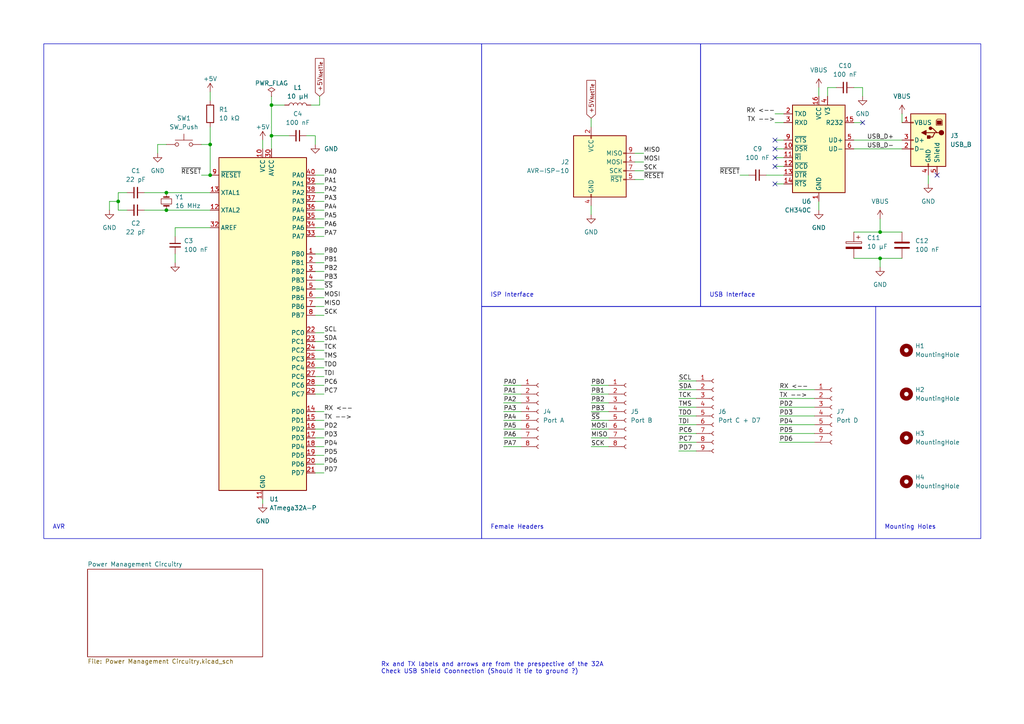
<source format=kicad_sch>
(kicad_sch (version 20230121) (generator eeschema)
  (paper "A4")
  (title_block (title "ATMEGA32A AVR Kit") (date "2023-10-28") (rev "C1.2") (company "Team Exotic") (comment 1 "Author: Morad Tamer"))
  (lib_symbols
    (symbol "Connector:AVR-ISP-10" (pin_names (offset 1.016))
      (property "Reference" "J" (at -6.35 11.43 0))
      (property "Value" "AVR-ISP-10" (at 0 11.43 0))
      (symbol "AVR-ISP-10_0_1"
        (rectangle (start -2.667 -6.858) (end -2.413 -7.62))
        (rectangle (start -2.667 10.16) (end -2.413 9.398))
        (rectangle (start 7.62 -2.413) (end 6.858 -2.667))
        (rectangle (start 7.62 0.127) (end 6.858 -0.127))
        (rectangle (start 7.62 2.667) (end 6.858 2.413))
        (rectangle (start 7.62 5.207) (end 6.858 4.953))
        (rectangle (start 7.62 10.16) (end -7.62 -7.62) (stroke (width 0.254)) (fill (type background)))
      )
      (symbol "AVR-ISP-10_1_1"
        (pin passive line (at 10.16 2.54 180) (length 2.54) (name "MOSI") (number "1"))
        (pin passive line (at -2.54 -10.16 90) (length 2.54) hide (name "GND") (number "10"))
        (pin passive line (at -2.54 12.7 270) (length 2.54) (name "VCC") (number "2"))
        (pin no_connect line (at 7.62 -5.08 180) (length 2.54) hide (name "NC") (number "3"))
        (pin passive line (at -2.54 -10.16 90) (length 2.54) (name "GND") (number "4"))
        (pin passive line (at 10.16 -2.54 180) (length 2.54) (name "~{RST}") (number "5"))
        (pin passive line (at -2.54 -10.16 90) (length 2.54) hide (name "GND") (number "6"))
        (pin passive line (at 10.16 0 180) (length 2.54) (name "SCK") (number "7"))
        (pin passive line (at -2.54 -10.16 90) (length 2.54) hide (name "GND") (number "8"))
        (pin passive line (at 10.16 5.08 180) (length 2.54) (name "MISO") (number "9"))
      )
    )
    (symbol "Connector:Conn_01x07_Socket" (pin_names (offset 1.016) hide)
      (property "Reference" "J" (at 0 10.16 0))
      (property "Value" "Conn_01x07_Socket" (at 0 -10.16 0))
      (symbol "Conn_01x07_Socket_1_1"
        (arc (start 0 -7.112) (mid -0.5058 -7.62) (end 0 -8.128) (stroke (width 0.1524)))
        (arc (start 0 -4.572) (mid -0.5058 -5.08) (end 0 -5.588) (stroke (width 0.1524)))
        (arc (start 0 -2.032) (mid -0.5058 -2.54) (end 0 -3.048) (stroke (width 0.1524)))
        (polyline (pts (xy -1.27 -7.62) (xy -0.508 -7.62)) (stroke (width 0.1524)))
        (polyline (pts (xy -1.27 -5.08) (xy -0.508 -5.08)) (stroke (width 0.1524)))
        (polyline (pts (xy -1.27 -2.54) (xy -0.508 -2.54)) (stroke (width 0.1524)))
        (polyline (pts (xy -1.27 0) (xy -0.508 0)) (stroke (width 0.1524)))
        (polyline (pts (xy -1.27 2.54) (xy -0.508 2.54)) (stroke (width 0.1524)))
        (polyline (pts (xy -1.27 5.08) (xy -0.508 5.08)) (stroke (width 0.1524)))
        (polyline (pts (xy -1.27 7.62) (xy -0.508 7.62)) (stroke (width 0.1524)))
        (arc (start 0 0.508) (mid -0.5058 0) (end 0 -0.508) (stroke (width 0.1524)))
        (arc (start 0 3.048) (mid -0.5058 2.54) (end 0 2.032) (stroke (width 0.1524)))
        (arc (start 0 5.588) (mid -0.5058 5.08) (end 0 4.572) (stroke (width 0.1524)))
        (arc (start 0 8.128) (mid -0.5058 7.62) (end 0 7.112) (stroke (width 0.1524)))
        (pin passive line (at -5.08 7.62 0) (length 3.81) (name "Pin_1") (number "1"))
        (pin passive line (at -5.08 5.08 0) (length 3.81) (name "Pin_2") (number "2"))
        (pin passive line (at -5.08 2.54 0) (length 3.81) (name "Pin_3") (number "3"))
        (pin passive line (at -5.08 0 0) (length 3.81) (name "Pin_4") (number "4"))
        (pin passive line (at -5.08 -2.54 0) (length 3.81) (name "Pin_5") (number "5"))
        (pin passive line (at -5.08 -5.08 0) (length 3.81) (name "Pin_6") (number "6"))
        (pin passive line (at -5.08 -7.62 0) (length 3.81) (name "Pin_7") (number "7"))
      )
    )
    (symbol "Connector:Conn_01x08_Socket" (pin_names (offset 1.016) hide)
      (property "Reference" "J" (at 0 10.16 0))
      (property "Value" "Conn_01x08_Socket" (at 0 -12.7 0))
      (symbol "Conn_01x08_Socket_1_1"
        (arc (start 0 -9.652) (mid -0.5058 -10.16) (end 0 -10.668) (stroke (width 0.1524)))
        (arc (start 0 -7.112) (mid -0.5058 -7.62) (end 0 -8.128) (stroke (width 0.1524)))
        (arc (start 0 -4.572) (mid -0.5058 -5.08) (end 0 -5.588) (stroke (width 0.1524)))
        (arc (start 0 -2.032) (mid -0.5058 -2.54) (end 0 -3.048) (stroke (width 0.1524)))
        (polyline (pts (xy -1.27 -10.16) (xy -0.508 -10.16)) (stroke (width 0.1524)))
        (polyline (pts (xy -1.27 -7.62) (xy -0.508 -7.62)) (stroke (width 0.1524)))
        (polyline (pts (xy -1.27 -5.08) (xy -0.508 -5.08)) (stroke (width 0.1524)))
        (polyline (pts (xy -1.27 -2.54) (xy -0.508 -2.54)) (stroke (width 0.1524)))
        (polyline (pts (xy -1.27 0) (xy -0.508 0)) (stroke (width 0.1524)))
        (polyline (pts (xy -1.27 2.54) (xy -0.508 2.54)) (stroke (width 0.1524)))
        (polyline (pts (xy -1.27 5.08) (xy -0.508 5.08)) (stroke (width 0.1524)))
        (polyline (pts (xy -1.27 7.62) (xy -0.508 7.62)) (stroke (width 0.1524)))
        (arc (start 0 0.508) (mid -0.5058 0) (end 0 -0.508) (stroke (width 0.1524)))
        (arc (start 0 3.048) (mid -0.5058 2.54) (end 0 2.032) (stroke (width 0.1524)))
        (arc (start 0 5.588) (mid -0.5058 5.08) (end 0 4.572) (stroke (width 0.1524)))
        (arc (start 0 8.128) (mid -0.5058 7.62) (end 0 7.112) (stroke (width 0.1524)))
        (pin passive line (at -5.08 7.62 0) (length 3.81) (name "Pin_1") (number "1"))
        (pin passive line (at -5.08 5.08 0) (length 3.81) (name "Pin_2") (number "2"))
        (pin passive line (at -5.08 2.54 0) (length 3.81) (name "Pin_3") (number "3"))
        (pin passive line (at -5.08 0 0) (length 3.81) (name "Pin_4") (number "4"))
        (pin passive line (at -5.08 -2.54 0) (length 3.81) (name "Pin_5") (number "5"))
        (pin passive line (at -5.08 -5.08 0) (length 3.81) (name "Pin_6") (number "6"))
        (pin passive line (at -5.08 -7.62 0) (length 3.81) (name "Pin_7") (number "7"))
        (pin passive line (at -5.08 -10.16 0) (length 3.81) (name "Pin_8") (number "8"))
      )
    )
    (symbol "Connector:Conn_01x09_Socket" (pin_names (offset 1.016) hide)
      (property "Reference" "J" (at 0 12.7 0))
      (property "Value" "Conn_01x09_Socket" (at 0 -12.7 0))
      (symbol "Conn_01x09_Socket_1_1"
        (arc (start 0 -9.652) (mid -0.5058 -10.16) (end 0 -10.668) (stroke (width 0.1524)))
        (arc (start 0 -7.112) (mid -0.5058 -7.62) (end 0 -8.128) (stroke (width 0.1524)))
        (arc (start 0 -4.572) (mid -0.5058 -5.08) (end 0 -5.588) (stroke (width 0.1524)))
        (arc (start 0 -2.032) (mid -0.5058 -2.54) (end 0 -3.048) (stroke (width 0.1524)))
        (polyline (pts (xy -1.27 -10.16) (xy -0.508 -10.16)) (stroke (width 0.1524)))
        (polyline (pts (xy -1.27 -7.62) (xy -0.508 -7.62)) (stroke (width 0.1524)))
        (polyline (pts (xy -1.27 -5.08) (xy -0.508 -5.08)) (stroke (width 0.1524)))
        (polyline (pts (xy -1.27 -2.54) (xy -0.508 -2.54)) (stroke (width 0.1524)))
        (polyline (pts (xy -1.27 0) (xy -0.508 0)) (stroke (width 0.1524)))
        (polyline (pts (xy -1.27 2.54) (xy -0.508 2.54)) (stroke (width 0.1524)))
        (polyline (pts (xy -1.27 5.08) (xy -0.508 5.08)) (stroke (width 0.1524)))
        (polyline (pts (xy -1.27 7.62) (xy -0.508 7.62)) (stroke (width 0.1524)))
        (polyline (pts (xy -1.27 10.16) (xy -0.508 10.16)) (stroke (width 0.1524)))
        (arc (start 0 0.508) (mid -0.5058 0) (end 0 -0.508) (stroke (width 0.1524)))
        (arc (start 0 3.048) (mid -0.5058 2.54) (end 0 2.032) (stroke (width 0.1524)))
        (arc (start 0 5.588) (mid -0.5058 5.08) (end 0 4.572) (stroke (width 0.1524)))
        (arc (start 0 8.128) (mid -0.5058 7.62) (end 0 7.112) (stroke (width 0.1524)))
        (arc (start 0 10.668) (mid -0.5058 10.16) (end 0 9.652) (stroke (width 0.1524)))
        (pin passive line (at -5.08 10.16 0) (length 3.81) (name "Pin_1") (number "1"))
        (pin passive line (at -5.08 7.62 0) (length 3.81) (name "Pin_2") (number "2"))
        (pin passive line (at -5.08 5.08 0) (length 3.81) (name "Pin_3") (number "3"))
        (pin passive line (at -5.08 2.54 0) (length 3.81) (name "Pin_4") (number "4"))
        (pin passive line (at -5.08 0 0) (length 3.81) (name "Pin_5") (number "5"))
        (pin passive line (at -5.08 -2.54 0) (length 3.81) (name "Pin_6") (number "6"))
        (pin passive line (at -5.08 -5.08 0) (length 3.81) (name "Pin_7") (number "7"))
        (pin passive line (at -5.08 -7.62 0) (length 3.81) (name "Pin_8") (number "8"))
        (pin passive line (at -5.08 -10.16 0) (length 3.81) (name "Pin_9") (number "9"))
      )
    )
    (symbol "Connector:USB_B" (pin_names (offset 1.016))
      (property "Reference" "J" (at -5.08 11.43 0))
      (property "Value" "USB_B" (at -5.08 8.89 0))
      (symbol "USB_B_0_1"
        (rectangle (start -5.08 -7.62) (end 5.08 7.62) (stroke (width 0.254)) (fill (type background)))
        (circle (center -3.81 2.159) (radius 0.635) (stroke (width 0.254)) (fill (type outline)))
        (rectangle (start -3.81 5.588) (end -2.54 4.572) (fill (type outline)))
        (circle (center -0.635 3.429) (radius 0.381) (stroke (width 0.254)) (fill (type outline)))
        (rectangle (start -0.127 -7.62) (end 0.127 -6.858))
        (polyline (pts (xy -1.905 2.159) (xy 0.635 2.159)) (stroke (width 0.254)))
        (polyline (pts (xy -3.175 2.159) (xy -2.54 2.159) (xy -1.27 3.429) (xy -0.635 3.429)) (stroke (width 0.254)))
        (polyline (pts (xy -2.54 2.159) (xy -1.905 2.159) (xy -1.27 0.889) (xy 0 0.889)) (stroke (width 0.254)))
        (polyline (pts (xy 0.635 2.794) (xy 0.635 1.524) (xy 1.905 2.159) (xy 0.635 2.794)) (stroke (width 0.254)) (fill (type outline)))
        (polyline (pts (xy -4.064 4.318) (xy -2.286 4.318) (xy -2.286 5.715) (xy -2.667 6.096) (xy -3.683 6.096) (xy -4.064 5.715) (xy -4.064 4.318)))
        (rectangle (start 0.254 1.27) (end -0.508 0.508) (stroke (width 0.254)) (fill (type outline)))
        (rectangle (start 5.08 -2.667) (end 4.318 -2.413))
        (rectangle (start 5.08 -0.127) (end 4.318 0.127))
        (rectangle (start 5.08 4.953) (end 4.318 5.207))
      )
      (symbol "USB_B_1_1"
        (pin power_out line (at 7.62 5.08 180) (length 2.54) (name "VBUS") (number "1"))
        (pin bidirectional line (at 7.62 -2.54 180) (length 2.54) (name "D-") (number "2"))
        (pin bidirectional line (at 7.62 0 180) (length 2.54) (name "D+") (number "3"))
        (pin power_out line (at 0 -10.16 90) (length 2.54) (name "GND") (number "4"))
        (pin passive line (at -2.54 -10.16 90) (length 2.54) (name "Shield") (number "5"))
      )
    )
    (symbol "Device:C" (pin_numbers hide) (pin_names (offset 0.254))
      (property "Reference" "C" (at 0.635 2.54 0))
      (property "Value" "C" (at 0.635 -2.54 0))
      (symbol "C_0_1"
        (polyline (pts (xy -2.032 -0.762) (xy 2.032 -0.762)) (stroke (width 0.508)))
        (polyline (pts (xy -2.032 0.762) (xy 2.032 0.762)) (stroke (width 0.508)))
      )
      (symbol "C_1_1"
        (pin passive line (at 0 3.81 270) (length 2.794) (name "~") (number "1"))
        (pin passive line (at 0 -3.81 90) (length 2.794) (name "~") (number "2"))
      )
    )
    (symbol "Device:C_Polarized" (pin_numbers hide) (pin_names (offset 0.254))
      (property "Reference" "C" (at 0.635 2.54 0))
      (property "Value" "C_Polarized" (at 0.635 -2.54 0))
      (symbol "C_Polarized_0_1"
        (rectangle (start -2.286 0.508) (end 2.286 1.016))
        (polyline (pts (xy -1.778 2.286) (xy -0.762 2.286)))
        (polyline (pts (xy -1.27 2.794) (xy -1.27 1.778)))
        (rectangle (start 2.286 -0.508) (end -2.286 -1.016) (fill (type outline)))
      )
      (symbol "C_Polarized_1_1"
        (pin passive line (at 0 3.81 270) (length 2.794) (name "~") (number "1"))
        (pin passive line (at 0 -3.81 90) (length 2.794) (name "~") (number "2"))
      )
    )
    (symbol "Device:C_Small" (pin_numbers hide) (pin_names (offset 0.254) hide)
      (property "Reference" "C" (at 0.254 1.778 0))
      (property "Value" "C_Small" (at 0.254 -2.032 0))
      (symbol "C_Small_0_1"
        (polyline (pts (xy -1.524 -0.508) (xy 1.524 -0.508)) (stroke (width 0.3302)))
        (polyline (pts (xy -1.524 0.508) (xy 1.524 0.508)) (stroke (width 0.3048)))
      )
      (symbol "C_Small_1_1"
        (pin passive line (at 0 2.54 270) (length 2.032) (name "~") (number "1"))
        (pin passive line (at 0 -2.54 90) (length 2.032) (name "~") (number "2"))
      )
    )
    (symbol "Device:Crystal_Small" (pin_numbers hide) (pin_names (offset 1.016) hide)
      (property "Reference" "Y" (at 0 2.54 0))
      (property "Value" "Crystal_Small" (at 0 -2.54 0))
      (symbol "Crystal_Small_0_1"
        (rectangle (start -0.762 -1.524) (end 0.762 1.524))
        (polyline (pts (xy -1.27 -0.762) (xy -1.27 0.762)) (stroke (width 0.381)))
        (polyline (pts (xy 1.27 -0.762) (xy 1.27 0.762)) (stroke (width 0.381)))
      )
      (symbol "Crystal_Small_1_1"
        (pin passive line (at -2.54 0 0) (length 1.27) (name "1") (number "1"))
        (pin passive line (at 2.54 0 180) (length 1.27) (name "2") (number "2"))
      )
    )
    (symbol "Device:L" (pin_numbers hide) (pin_names (offset 1.016) hide)
      (property "Reference" "L" (at -1.27 0 90))
      (property "Value" "L" (at 1.905 0 90))
      (symbol "L_0_1"
        (arc (start 0 -2.54) (mid 0.6323 -1.905) (end 0 -1.27))
        (arc (start 0 -1.27) (mid 0.6323 -0.635) (end 0 0))
        (arc (start 0 0) (mid 0.6323 0.635) (end 0 1.27))
        (arc (start 0 1.27) (mid 0.6323 1.905) (end 0 2.54))
      )
      (symbol "L_1_1"
        (pin passive line (at 0 3.81 270) (length 1.27) (name "1") (number "1"))
        (pin passive line (at 0 -3.81 90) (length 1.27) (name "2") (number "2"))
      )
    )
    (symbol "Device:R" (pin_numbers hide) (pin_names (offset 0))
      (property "Reference" "R" (at 2.032 0 90))
      (property "Value" "R" (at 0 0 90))
      (symbol "R_0_1"
        (rectangle (start -1.016 -2.54) (end 1.016 2.54) (stroke (width 0.254)))
      )
      (symbol "R_1_1"
        (pin passive line (at 0 3.81 270) (length 1.27) (name "~") (number "1"))
        (pin passive line (at 0 -3.81 90) (length 1.27) (name "~") (number "2"))
      )
    )
    (symbol "Interface_USB:CH340C"
      (property "Reference" "U" (at -5.08 13.97 0))
      (property "Value" "CH340C" (at 1.27 13.97 0))
      (symbol "CH340C_0_1"
        (rectangle (start -7.62 12.7) (end 7.62 -12.7) (stroke (width 0.254)) (fill (type background)))
      )
      (symbol "CH340C_1_1"
        (pin power_in line (at 0 -15.24 90) (length 2.54) (name "GND") (number "1"))
        (pin input line (at 10.16 0 180) (length 2.54) (name "~{DSR}") (number "10"))
        (pin input line (at 10.16 -2.54 180) (length 2.54) (name "~{RI}") (number "11"))
        (pin input line (at 10.16 -5.08 180) (length 2.54) (name "~{DCD}") (number "12"))
        (pin output line (at 10.16 -7.62 180) (length 2.54) (name "~{DTR}") (number "13"))
        (pin output line (at 10.16 -10.16 180) (length 2.54) (name "~{RTS}") (number "14"))
        (pin input line (at -10.16 7.62 0) (length 2.54) (name "R232") (number "15"))
        (pin power_in line (at 0 15.24 270) (length 2.54) (name "VCC") (number "16"))
        (pin output line (at 10.16 10.16 180) (length 2.54) (name "TXD") (number "2"))
        (pin input line (at 10.16 7.62 180) (length 2.54) (name "RXD") (number "3"))
        (pin passive line (at -2.54 15.24 270) (length 2.54) (name "V3") (number "4"))
        (pin bidirectional line (at -10.16 2.54 0) (length 2.54) (name "UD+") (number "5"))
        (pin bidirectional line (at -10.16 0 0) (length 2.54) (name "UD-") (number "6"))
        (pin no_connect line (at -7.62 -7.62 0) (length 2.54) hide (name "NC") (number "7"))
        (pin no_connect line (at -7.62 -10.16 0) (length 2.54) hide (name "NC") (number "8"))
        (pin input line (at 10.16 2.54 180) (length 2.54) (name "~{CTS}") (number "9"))
      )
    )
    (symbol "MCU_Microchip_ATmega:ATmega32A-P"
      (property "Reference" "U" (at -12.7 49.53 0))
      (property "Value" "ATmega32A-P" (at 2.54 -49.53 0))
      (symbol "ATmega32A-P_0_1"
        (rectangle (start -12.7 -48.26) (end 12.7 48.26) (stroke (width 0.254)) (fill (type background)))
      )
      (symbol "ATmega32A-P_1_1"
        (pin bidirectional line (at 15.24 20.32 180) (length 2.54) (name "PB0") (number "1"))
        (pin power_in line (at 0 50.8 270) (length 2.54) (name "VCC") (number "10"))
        (pin power_in line (at 0 -50.8 90) (length 2.54) (name "GND") (number "11"))
        (pin output line (at -15.24 33.02 0) (length 2.54) (name "XTAL2") (number "12"))
        (pin input line (at -15.24 38.1 0) (length 2.54) (name "XTAL1") (number "13"))
        (pin bidirectional line (at 15.24 -25.4 180) (length 2.54) (name "PD0") (number "14"))
        (pin bidirectional line (at 15.24 -27.94 180) (length 2.54) (name "PD1") (number "15"))
        (pin bidirectional line (at 15.24 -30.48 180) (length 2.54) (name "PD2") (number "16"))
        (pin bidirectional line (at 15.24 -33.02 180) (length 2.54) (name "PD3") (number "17"))
        (pin bidirectional line (at 15.24 -35.56 180) (length 2.54) (name "PD4") (number "18"))
        (pin bidirectional line (at 15.24 -38.1 180) (length 2.54) (name "PD5") (number "19"))
        (pin bidirectional line (at 15.24 17.78 180) (length 2.54) (name "PB1") (number "2"))
        (pin bidirectional line (at 15.24 -40.64 180) (length 2.54) (name "PD6") (number "20"))
        (pin bidirectional line (at 15.24 -43.18 180) (length 2.54) (name "PD7") (number "21"))
        (pin bidirectional line (at 15.24 -2.54 180) (length 2.54) (name "PC0") (number "22"))
        (pin bidirectional line (at 15.24 -5.08 180) (length 2.54) (name "PC1") (number "23"))
        (pin bidirectional line (at 15.24 -7.62 180) (length 2.54) (name "PC2") (number "24"))
        (pin bidirectional line (at 15.24 -10.16 180) (length 2.54) (name "PC3") (number "25"))
        (pin bidirectional line (at 15.24 -12.7 180) (length 2.54) (name "PC4") (number "26"))
        (pin bidirectional line (at 15.24 -15.24 180) (length 2.54) (name "PC5") (number "27"))
        (pin bidirectional line (at 15.24 -17.78 180) (length 2.54) (name "PC6") (number "28"))
        (pin bidirectional line (at 15.24 -20.32 180) (length 2.54) (name "PC7") (number "29"))
        (pin bidirectional line (at 15.24 15.24 180) (length 2.54) (name "PB2") (number "3"))
        (pin power_in line (at 2.54 50.8 270) (length 2.54) (name "AVCC") (number "30"))
        (pin passive line (at 0 -50.8 90) (length 2.54) hide (name "GND") (number "31"))
        (pin passive line (at -15.24 27.94 0) (length 2.54) (name "AREF") (number "32"))
        (pin bidirectional line (at 15.24 25.4 180) (length 2.54) (name "PA7") (number "33"))
        (pin bidirectional line (at 15.24 27.94 180) (length 2.54) (name "PA6") (number "34"))
        (pin bidirectional line (at 15.24 30.48 180) (length 2.54) (name "PA5") (number "35"))
        (pin bidirectional line (at 15.24 33.02 180) (length 2.54) (name "PA4") (number "36"))
        (pin bidirectional line (at 15.24 35.56 180) (length 2.54) (name "PA3") (number "37"))
        (pin bidirectional line (at 15.24 38.1 180) (length 2.54) (name "PA2") (number "38"))
        (pin bidirectional line (at 15.24 40.64 180) (length 2.54) (name "PA1") (number "39"))
        (pin bidirectional line (at 15.24 12.7 180) (length 2.54) (name "PB3") (number "4"))
        (pin bidirectional line (at 15.24 43.18 180) (length 2.54) (name "PA0") (number "40"))
        (pin bidirectional line (at 15.24 10.16 180) (length 2.54) (name "PB4") (number "5"))
        (pin bidirectional line (at 15.24 7.62 180) (length 2.54) (name "PB5") (number "6"))
        (pin bidirectional line (at 15.24 5.08 180) (length 2.54) (name "PB6") (number "7"))
        (pin bidirectional line (at 15.24 2.54 180) (length 2.54) (name "PB7") (number "8"))
        (pin input line (at -15.24 43.18 0) (length 2.54) (name "~{RESET}") (number "9"))
      )
    )
    (symbol "Mechanical:MountingHole" (pin_names (offset 1.016))
      (property "Reference" "H" (at 0 5.08 0))
      (property "Value" "MountingHole" (at 0 3.175 0))
      (symbol "MountingHole_0_1"
        (circle (center 0 0) (radius 1.27) (stroke (width 1.27)))
      )
    )
    (symbol "Switch:SW_Push" (pin_numbers hide) (pin_names (offset 1.016) hide)
      (property "Reference" "SW" (at 1.27 2.54 0))
      (property "Value" "SW_Push" (at 0 -1.524 0))
      (symbol "SW_Push_0_1"
        (circle (center -2.032 0) (radius 0.508))
        (polyline (pts (xy 0 1.27) (xy 0 3.048)))
        (polyline (pts (xy 2.54 1.27) (xy -2.54 1.27)))
        (circle (center 2.032 0) (radius 0.508))
        (pin passive line (at -5.08 0 0) (length 2.54) (name "1") (number "1"))
        (pin passive line (at 5.08 0 180) (length 2.54) (name "2") (number "2"))
      )
    )
    (symbol "power:+5V" (power) (pin_names (offset 0))
      (property "Value" "+5V" (at 0 3.556 0))
      (symbol "+5V_0_1"
        (polyline (pts (xy -0.762 1.27) (xy 0 2.54)))
        (polyline (pts (xy 0 0) (xy 0 2.54)))
        (polyline (pts (xy 0 2.54) (xy 0.762 1.27)))
      )
      (symbol "+5V_1_1"
        (pin power_in line (at 0 0 90) (length 0) hide (name "+5V") (number "1"))
      )
    )
    (symbol "power:GND" (power) (pin_names (offset 0))
      (property "Value" "GND" (at 0 -3.81 0))
      (symbol "GND_0_1"
        (polyline (pts (xy 0 0) (xy 0 -1.27) (xy 1.27 -1.27) (xy 0 -2.54) (xy -1.27 -1.27) (xy 0 -1.27)))
      )
      (symbol "GND_1_1"
        (pin power_in line (at 0 0 270) (length 0) hide (name "GND") (number "1"))
      )
    )
    (symbol "power:PWR_FLAG" (power) (pin_numbers hide) (pin_names (offset 0) hide)
      (property "Value" "PWR_FLAG" (at 0 3.81 0))
      (symbol "PWR_FLAG_0_0"
        (pin power_out line (at 0 0 90) (length 0) (name "pwr") (number "1"))
      )
      (symbol "PWR_FLAG_0_1"
        (polyline (pts (xy 0 0) (xy 0 1.27) (xy -1.016 1.905) (xy 0 2.54) (xy 1.016 1.905) (xy 0 1.27)))
      )
    )
    (symbol "power:VBUS" (power) (pin_names (offset 0))
      (property "Value" "VBUS" (at 0 3.81 0))
      (symbol "VBUS_0_1"
        (polyline (pts (xy -0.762 1.27) (xy 0 2.54)))
        (polyline (pts (xy 0 0) (xy 0 2.54)))
        (polyline (pts (xy 0 2.54) (xy 0.762 1.27)))
      )
      (symbol "VBUS_1_1"
        (pin power_in line (at 0 0 90) (length 0) hide (name "VBUS") (number "1"))
      )
    )
  )
  (junction (at 255.27 67.31))
  (junction (at 48.26 60.96))
  (junction (at 60.96 41.91))
  (junction (at 78.74 39.37))
  (junction (at 78.74 30.48))
  (junction (at 34.29 58.42))
  (junction (at 60.96 50.8))
  (junction (at 255.27 74.93))
  (junction (at 48.26 55.88))
  (no_connect (at 224.79 45.72))
  (no_connect (at 224.79 53.34))
  (no_connect (at 224.79 43.18))
  (no_connect (at 271.78 50.8))
  (no_connect (at 224.79 48.26))
  (no_connect (at 250.19 35.56))
  (no_connect (at 224.79 40.64))
  (wire (pts (xy 91.44 83.82) (xy 93.98 83.82)))
  (wire (pts (xy 91.44 104.14) (xy 93.98 104.14)))
  (wire (pts (xy 171.45 124.46) (xy 176.53 124.46)))
  (wire (pts (xy 91.44 50.8) (xy 93.98 50.8)))
  (wire (pts (xy 240.03 25.4) (xy 240.03 27.94)))
  (wire (pts (xy 41.91 55.88) (xy 48.26 55.88)))
  (wire (pts (xy 196.85 123.19) (xy 201.93 123.19)))
  (wire (pts (xy 146.05 114.3) (xy 151.13 114.3)))
  (wire (pts (xy 91.44 106.68) (xy 93.98 106.68)))
  (wire (pts (xy 78.74 27.94) (xy 78.74 30.48)))
  (wire (pts (xy 91.44 111.76) (xy 93.98 111.76)))
  (wire (pts (xy 247.65 74.93) (xy 255.27 74.93)))
  (wire (pts (xy 184.15 52.07) (xy 186.69 52.07)))
  (wire (pts (xy 91.44 109.22) (xy 93.98 109.22)))
  (wire (pts (xy 31.75 58.42) (xy 31.75 60.96)))
  (wire (pts (xy 91.44 53.34) (xy 93.98 53.34)))
  (wire (pts (xy 242.57 25.4) (xy 240.03 25.4)))
  (wire (pts (xy 227.33 33.02) (xy 224.79 33.02)))
  (wire (pts (xy 91.44 91.44) (xy 93.98 91.44)))
  (wire (pts (xy 171.45 111.76) (xy 176.53 111.76)))
  (wire (pts (xy 226.06 113.03) (xy 236.22 113.03)))
  (wire (pts (xy 196.85 120.65) (xy 201.93 120.65)))
  (wire (pts (xy 34.29 58.42) (xy 34.29 60.96)))
  (wire (pts (xy 60.96 36.83) (xy 60.96 41.91)))
  (wire (pts (xy 237.49 58.42) (xy 237.49 60.96)))
  (wire (pts (xy 247.65 43.18) (xy 261.62 43.18)))
  (wire (pts (xy 255.27 63.5) (xy 255.27 67.31)))
  (wire (pts (xy 91.44 137.16) (xy 93.98 137.16)))
  (wire (pts (xy 196.85 113.03) (xy 201.93 113.03)))
  (wire (pts (xy 255.27 74.93) (xy 255.27 77.47)))
  (wire (pts (xy 146.05 127) (xy 151.13 127)))
  (wire (pts (xy 184.15 46.99) (xy 186.69 46.99)))
  (wire (pts (xy 224.79 45.72) (xy 227.33 45.72)))
  (wire (pts (xy 227.33 50.8) (xy 222.25 50.8)))
  (wire (pts (xy 146.05 129.54) (xy 151.13 129.54)))
  (wire (pts (xy 146.05 121.92) (xy 151.13 121.92)))
  (wire (pts (xy 196.85 128.27) (xy 201.93 128.27)))
  (wire (pts (xy 31.75 58.42) (xy 34.29 58.42)))
  (wire (pts (xy 226.06 123.19) (xy 236.22 123.19)))
  (wire (pts (xy 91.44 39.37) (xy 88.9 39.37)))
  (wire (pts (xy 196.85 130.81) (xy 201.93 130.81)))
  (wire (pts (xy 34.29 58.42) (xy 34.29 55.88)))
  (wire (pts (xy 91.44 88.9) (xy 93.98 88.9)))
  (wire (pts (xy 91.44 99.06) (xy 93.98 99.06)))
  (wire (pts (xy 146.05 119.38) (xy 151.13 119.38)))
  (wire (pts (xy 91.44 58.42) (xy 93.98 58.42)))
  (wire (pts (xy 41.91 60.96) (xy 48.26 60.96)))
  (wire (pts (xy 91.44 86.36) (xy 93.98 86.36)))
  (wire (pts (xy 45.72 44.45) (xy 45.72 41.91)))
  (wire (pts (xy 76.2 144.78) (xy 76.2 146.05)))
  (wire (pts (xy 48.26 55.88) (xy 60.96 55.88)))
  (wire (pts (xy 91.44 55.88) (xy 93.98 55.88)))
  (wire (pts (xy 250.19 25.4) (xy 250.19 27.94)))
  (wire (pts (xy 91.44 134.62) (xy 93.98 134.62)))
  (wire (pts (xy 90.17 30.48) (xy 92.71 30.48)))
  (wire (pts (xy 60.96 26.67) (xy 60.96 29.21)))
  (wire (pts (xy 50.8 73.66) (xy 50.8 76.2)))
  (wire (pts (xy 91.44 60.96) (xy 93.98 60.96)))
  (wire (pts (xy 255.27 74.93) (xy 261.62 74.93)))
  (wire (pts (xy 50.8 66.04) (xy 60.96 66.04)))
  (wire (pts (xy 171.45 119.38) (xy 176.53 119.38)))
  (wire (pts (xy 269.24 50.8) (xy 269.24 53.34)))
  (wire (pts (xy 91.44 66.04) (xy 93.98 66.04)))
  (wire (pts (xy 58.42 50.8) (xy 60.96 50.8)))
  (wire (pts (xy 78.74 39.37) (xy 78.74 43.18)))
  (wire (pts (xy 60.96 41.91) (xy 60.96 50.8)))
  (wire (pts (xy 214.63 50.8) (xy 217.17 50.8)))
  (wire (pts (xy 255.27 67.31) (xy 261.62 67.31)))
  (wire (pts (xy 34.29 60.96) (xy 36.83 60.96)))
  (wire (pts (xy 146.05 116.84) (xy 151.13 116.84)))
  (wire (pts (xy 91.44 129.54) (xy 93.98 129.54)))
  (wire (pts (xy 91.44 68.58) (xy 93.98 68.58)))
  (wire (pts (xy 171.45 114.3) (xy 176.53 114.3)))
  (wire (pts (xy 91.44 121.92) (xy 93.98 121.92)))
  (wire (pts (xy 91.44 63.5) (xy 93.98 63.5)))
  (wire (pts (xy 58.42 41.91) (xy 60.96 41.91)))
  (wire (pts (xy 91.44 132.08) (xy 93.98 132.08)))
  (wire (pts (xy 92.71 27.94) (xy 92.71 30.48)))
  (wire (pts (xy 171.45 121.92) (xy 176.53 121.92)))
  (wire (pts (xy 226.06 125.73) (xy 236.22 125.73)))
  (wire (pts (xy 171.45 34.29) (xy 171.45 36.83)))
  (wire (pts (xy 250.19 35.56) (xy 247.65 35.56)))
  (wire (pts (xy 201.93 110.49) (xy 196.85 110.49)))
  (wire (pts (xy 226.06 115.57) (xy 236.22 115.57)))
  (wire (pts (xy 184.15 49.53) (xy 186.69 49.53)))
  (wire (pts (xy 196.85 115.57) (xy 201.93 115.57)))
  (wire (pts (xy 224.79 53.34) (xy 227.33 53.34)))
  (wire (pts (xy 146.05 124.46) (xy 151.13 124.46)))
  (wire (pts (xy 82.55 30.48) (xy 78.74 30.48)))
  (wire (pts (xy 171.45 129.54) (xy 176.53 129.54)))
  (wire (pts (xy 45.72 41.91) (xy 48.26 41.91)))
  (wire (pts (xy 91.44 76.2) (xy 93.98 76.2)))
  (wire (pts (xy 227.33 35.56) (xy 224.79 35.56)))
  (wire (pts (xy 34.29 55.88) (xy 36.83 55.88)))
  (wire (pts (xy 91.44 127) (xy 93.98 127)))
  (wire (pts (xy 171.45 127) (xy 176.53 127)))
  (wire (pts (xy 184.15 44.45) (xy 186.69 44.45)))
  (wire (pts (xy 226.06 128.27) (xy 236.22 128.27)))
  (wire (pts (xy 146.05 111.76) (xy 151.13 111.76)))
  (wire (pts (xy 48.26 60.96) (xy 60.96 60.96)))
  (wire (pts (xy 196.85 125.73) (xy 201.93 125.73)))
  (wire (pts (xy 78.74 30.48) (xy 78.74 39.37)))
  (wire (pts (xy 50.8 66.04) (xy 50.8 68.58)))
  (wire (pts (xy 196.85 118.11) (xy 201.93 118.11)))
  (wire (pts (xy 171.45 116.84) (xy 176.53 116.84)))
  (wire (pts (xy 171.45 59.69) (xy 171.45 62.23)))
  (wire (pts (xy 224.79 40.64) (xy 227.33 40.64)))
  (wire (pts (xy 226.06 118.11) (xy 236.22 118.11)))
  (wire (pts (xy 224.79 43.18) (xy 227.33 43.18)))
  (wire (pts (xy 91.44 41.91) (xy 91.44 39.37)))
  (wire (pts (xy 91.44 101.6) (xy 93.98 101.6)))
  (wire (pts (xy 247.65 67.31) (xy 255.27 67.31)))
  (wire (pts (xy 91.44 78.74) (xy 93.98 78.74)))
  (wire (pts (xy 91.44 81.28) (xy 93.98 81.28)))
  (wire (pts (xy 91.44 124.46) (xy 93.98 124.46)))
  (wire (pts (xy 247.65 40.64) (xy 261.62 40.64)))
  (wire (pts (xy 237.49 25.4) (xy 237.49 27.94)))
  (wire (pts (xy 78.74 39.37) (xy 83.82 39.37)))
  (wire (pts (xy 76.2 40.64) (xy 76.2 43.18)))
  (wire (pts (xy 247.65 25.4) (xy 250.19 25.4)))
  (wire (pts (xy 91.44 114.3) (xy 93.98 114.3)))
  (wire (pts (xy 226.06 120.65) (xy 236.22 120.65)))
  (wire (pts (xy 91.44 119.38) (xy 93.98 119.38)))
  (wire (pts (xy 261.62 33.02) (xy 261.62 35.56)))
  (wire (pts (xy 224.79 48.26) (xy 227.33 48.26)))
  (wire (pts (xy 91.44 73.66) (xy 93.98 73.66)))
  (wire (pts (xy 91.44 96.52) (xy 93.98 96.52)))
  (rectangle (start 254 88.9) (end 284.48 156.21))
  (rectangle (start 203.2 12.7) (end 284.48 88.9))
  (rectangle (start 12.7 12.7) (end 139.7 156.21))
  (rectangle (start 139.7 88.9) (end 254 156.21))
  (rectangle (start 139.7 12.7) (end 203.2 88.9))
  (text "Female Headers" (at 142.24 153.67 0) (effects (font (size 1.27 1.27)) (justify left bottom)))
  (text "AVR" (at 15.24 153.67 0) (effects (font (size 1.27 1.27)) (justify left bottom)))
  (text "Mounting Holes" (at 256.54 153.67 0) (effects (font (size 1.27 1.27)) (justify left bottom)))
  (text "ISP Interface" (at 142.24 86.36 0) (effects (font (size 1.27 1.27)) (justify left bottom)))
  (text "Rx and TX labels and arrows are from the prespective of the 32A\nCheck USB Shield Coonnection (Should it tie to ground ?)" (at 110.49 195.58 0) (effects (font (size 1.27 1.27)) (justify left bottom)))
  (text "USB Interface" (at 205.74 86.36 0) (effects (font (size 1.27 1.27)) (justify left bottom)))
  (label "~{SS}" (at 93.98 83.82 0))
  (label "PA1" (at 146.05 114.3 0))
  (label "~{RESET}" (at 186.69 52.07 0))
  (label "PB3" (at 93.98 81.28 0))
  (label "PA5" (at 93.98 63.5 0))
  (label "SCL" (at 196.85 110.49 0))
  (label "TX -->" (at 93.98 121.92 0))
  (label "PB2" (at 93.98 78.74 0))
  (label "PA2" (at 93.98 55.88 0))
  (label "PD5" (at 226.06 125.73 0))
  (label "TX -->" (at 226.06 115.57 0))
  (label "TMS" (at 93.98 104.14 0))
  (label "PC6" (at 93.98 111.76 0))
  (label "TCK" (at 196.85 115.57 0))
  (label "TMS" (at 196.85 118.11 0))
  (label "SCK" (at 171.45 129.54 0))
  (label "PA1" (at 93.98 53.34 0))
  (label "PA2" (at 146.05 116.84 0))
  (label "PD2" (at 93.98 124.46 0))
  (label "PA5" (at 146.05 124.46 0))
  (label "MISO" (at 171.45 127 0))
  (label "PD7" (at 196.85 130.81 0))
  (label "PC6" (at 196.85 125.73 0))
  (label "PA3" (at 93.98 58.42 0))
  (label "TDI" (at 196.85 123.19 0))
  (label "SCK" (at 186.69 49.53 0))
  (label "PB1" (at 171.45 114.3 0))
  (label "MOSI" (at 186.69 46.99 0))
  (label "PD6" (at 93.98 134.62 0))
  (label "PA6" (at 93.98 66.04 0))
  (label "SDA" (at 196.85 113.03 0))
  (label "PB3" (at 171.45 119.38 0))
  (label "PA7" (at 146.05 129.54 0))
  (label "TCK" (at 93.98 101.6 0))
  (label "USB_D+" (at 251.46 40.64 0))
  (label "TDI" (at 93.98 109.22 0))
  (label "PD6" (at 226.06 128.27 0))
  (label "PB0" (at 93.98 73.66 0))
  (label "PA4" (at 146.05 121.92 0))
  (label "RX <--" (at 93.98 119.38 0))
  (label "PD7" (at 93.98 137.16 0))
  (label "USB_D-" (at 251.46 43.18 0))
  (label "PA0" (at 93.98 50.8 0))
  (label "PB0" (at 171.45 111.76 0))
  (label "PA7" (at 93.98 68.58 0))
  (label "PC7" (at 93.98 114.3 0))
  (label "PA4" (at 93.98 60.96 0))
  (label "RX <--" (at 226.06 113.03 0))
  (label "PC7" (at 196.85 128.27 0))
  (label "TDO" (at 93.98 106.68 0))
  (label "TDO" (at 196.85 120.65 0))
  (label "PB2" (at 171.45 116.84 0))
  (label "MISO" (at 93.98 88.9 0))
  (label "PA3" (at 146.05 119.38 0))
  (label "PD2" (at 226.06 118.11 0))
  (label "PD3" (at 226.06 120.65 0))
  (label "MOSI" (at 93.98 86.36 0))
  (label "TX -->" (at 224.79 35.56 180))
  (label "MISO" (at 186.69 44.45 0))
  (label "PD4" (at 226.06 123.19 0))
  (label "SCK" (at 93.98 91.44 0))
  (label "PD3" (at 93.98 127 0))
  (label "SDA" (at 93.98 99.06 0))
  (label "SCL" (at 93.98 96.52 0))
  (label "PB1" (at 93.98 76.2 0))
  (label "~{RESET}" (at 58.42 50.8 180))
  (label "PA6" (at 146.05 127 0))
  (label "PD4" (at 93.98 129.54 0))
  (label "~{RESET}" (at 214.63 50.8 180))
  (label "RX <--" (at 224.79 33.02 180))
  (label "PA0" (at 146.05 111.76 0))
  (label "MOSI" (at 171.45 124.46 0))
  (label "~{SS}" (at 171.45 121.92 0))
  (label "PD5" (at 93.98 132.08 0))
  (global_label "+5V_{NetTie}" (shape input) (at 171.45 34.29 90) (property "Intersheetrefs" "${INTERSHEET_REFS}" (effects hide)))
  (global_label "+5V_{NetTie}" (shape input) (at 92.71 27.94 90) (property "Intersheetrefs" "${INTERSHEET_REFS}" (effects hide)))
  (symbol (lib_id "power:+5V") (at 76.2 40.64 0) (unit 1)
    (property "Reference" "#PWR06" (effects hide))
    (property "Value" "+5V" (at 76.2 36.83 0))
  )
  (symbol (lib_id "Switch:SW_Push") (at 53.34 41.91 0) (mirror y) (unit 1)
    (property "Reference" "SW1" (at 53.34 34.29 0))
    (property "Value" "SW_Push" (at 53.34 36.83 0))
    (property "Footprint" "Button_Switch_THT:SW_PUSH_6mm_H4.3mm" (effects hide))
    (property "Local Seller" "https://makerselectronics.com/product/mini-push-button-4-pin-6x6x4-3mm" (effects hide))
  )
  (symbol (lib_id "MCU_Microchip_ATmega:ATmega32A-P") (at 76.2 93.98 0) (unit 1)
    (property "Reference" "U1" (at 78.1559 144.78 0) (effects (justify left)))
    (property "Value" "ATmega32A-P" (at 78.1559 147.32 0) (effects (justify left)))
    (property "Footprint" "M's Library:ZIF_Socket_40_Circular_Pads" (effects hide))
    (property "Datasheet" "http://ww1.microchip.com/downloads/en/DeviceDoc/atmel-8155-8-bit-microcontroller-avr-atmega32a_datasheet.pdf" (effects hide))
    (property "Local Seller" "https://ram-e-shop.com/product/universal-zif-socket-40-pin-free-size/" (effects hide))
  )
  (symbol (lib_id "Device:C_Small") (at 219.71 50.8 270) (mirror x) (unit 1)
    (property "Reference" "C9" (at 219.71 43.18 90))
    (property "Value" "100 nF" (at 219.71 45.72 90))
    (property "Footprint" "Capacitor_SMD:C_1206_3216Metric_Pad1.33x1.80mm_HandSolder" (effects hide))
    (property "Local Seller" "https://makerselectronics.com/product/multilayer-ceramic-capacitors-mlcc-smd-smt-50v-100nf-x7r-%c2%b110-1206" (effects hide))
  )
  (symbol (lib_id "Device:C_Small") (at 50.8 71.12 0) (unit 1)
    (property "Reference" "C3" (at 53.34 69.8563 0) (effects (justify left)))
    (property "Value" "100 nF" (at 53.34 72.3963 0) (effects (justify left)))
    (property "Footprint" "Capacitor_SMD:C_1206_3216Metric_Pad1.33x1.80mm_HandSolder" (effects hide))
    (property "Local Seller" "https://makerselectronics.com/product/multilayer-ceramic-capacitors-mlcc-smd-smt-50v-100nf-x7r-%c2%b110-1206" (effects hide))
  )
  (symbol (lib_id "power:GND") (at 91.44 41.91 0) (unit 1)
    (property "Reference" "#PWR09" (effects hide))
    (property "Value" "GND" (at 93.98 43.18 0) (effects (justify left)))
  )
  (symbol (lib_id "power:GND") (at 45.72 44.45 0) (unit 1)
    (property "Reference" "#PWR03" (effects hide))
    (property "Value" "GND" (at 45.72 49.53 0))
  )
  (symbol (lib_id "Interface_USB:CH340C") (at 237.49 43.18 0) (mirror y) (unit 1)
    (property "Reference" "U6" (at 235.2959 58.42 0) (effects (justify left)))
    (property "Value" "CH340C" (at 235.2959 60.96 0) (effects (justify left)))
    (property "Footprint" "Package_SO:SOIC-16_3.9x9.9mm_P1.27mm" (effects hide))
    (property "Datasheet" "https://datasheet.lcsc.com/szlcsc/Jiangsu-Qin-Heng-CH340C_C84681.pdf" (effects hide))
    (property "Local Seller" "https://makerselectronics.com/product/ch340c-smd-ic-transceiver-usb-2-0-2mbps-sop-16" (effects hide))
  )
  (symbol (lib_id "Device:Crystal_Small") (at 48.26 58.42 270) (unit 1)
    (property "Reference" "Y1" (at 50.8 57.15 90) (effects (justify left)))
    (property "Value" "16 MHz" (at 50.8 59.69 90) (effects (justify left)))
    (property "Footprint" "M's Library:Crystal_HC49-4H_Vertical_Centered" (effects hide))
    (property "Local Seller" "https://makerselectronics.com/product/crystal-16-000mhz-49s-20ppm-20pf-40%cf%89" (effects hide))
  )
  (symbol (lib_id "power:GND") (at 255.27 77.47 0) (unit 1)
    (property "Reference" "#PWR023" (effects hide))
    (property "Value" "GND" (at 255.27 82.55 0))
  )
  (symbol (lib_id "power:GND") (at 250.19 27.94 0) (mirror y) (unit 1)
    (property "Reference" "#PWR022" (effects hide))
    (property "Value" "GND" (at 250.19 33.02 0))
  )
  (symbol (lib_id "Device:C_Small") (at 245.11 25.4 270) (mirror x) (unit 1)
    (property "Reference" "C10" (at 245.1036 19.05 90))
    (property "Value" "100 nF" (at 245.1036 21.59 90))
    (property "Footprint" "Capacitor_SMD:C_1206_3216Metric_Pad1.33x1.80mm_HandSolder" (effects hide))
    (property "Local Seller" "https://makerselectronics.com/product/multilayer-ceramic-capacitors-mlcc-smd-smt-50v-100nf-x7r-%c2%b110-1206" (effects hide))
  )
  (symbol (lib_id "power:GND") (at 171.45 62.23 0) (unit 1)
    (property "Reference" "#PWR016" (effects hide))
    (property "Value" "GND" (at 171.45 67.31 0))
  )
  (symbol (lib_id "Connector:Conn_01x08_Socket") (at 156.21 119.38 0) (unit 1)
    (property "Reference" "J4" (at 157.48 119.38 0) (effects (justify left)))
    (property "Value" "Port A" (at 157.48 121.92 0) (effects (justify left)))
    (property "Footprint" "Connector_PinSocket_2.54mm:PinSocket_1x08_P2.54mm_Vertical" (effects hide))
    (property "Local Seller" "https://makerselectronics.com/product/pin-headers-female-2-54mm-40-pin-straight-black-11mm" (effects hide))
  )
  (symbol (lib_id "Mechanical:MountingHole") (at 262.89 139.7 0) (unit 1)
    (property "Reference" "H4" (at 265.43 138.43 0) (effects (justify left)))
    (property "Value" "MountingHole" (at 265.43 140.97 0) (effects (justify left)))
    (property "Footprint" "MountingHole:MountingHole_2.2mm_M2_Pad" (effects hide))
  )
  (symbol (lib_id "Connector:Conn_01x09_Socket") (at 207.01 120.65 0) (unit 1)
    (property "Reference" "J6" (at 208.28 119.38 0) (effects (justify left)))
    (property "Value" "Port C + D7" (at 208.28 121.92 0) (effects (justify left)))
    (property "Footprint" "Connector_PinSocket_2.54mm:PinSocket_1x09_P2.54mm_Vertical" (effects hide))
    (property "Local Seller" "https://makerselectronics.com/product/pin-headers-female-2-54mm-40-pin-straight-black-11mm" (effects hide))
  )
  (symbol (lib_id "Connector:Conn_01x07_Socket") (at 241.3 120.65 0) (unit 1)
    (property "Reference" "J7" (at 242.57 119.38 0) (effects (justify left)))
    (property "Value" "Port D" (at 242.57 121.92 0) (effects (justify left)))
    (property "Footprint" "Connector_PinSocket_2.54mm:PinSocket_1x07_P2.54mm_Vertical" (effects hide))
    (property "Local Seller" "https://makerselectronics.com/product/pin-headers-female-2-54mm-40-pin-straight-black-11mm" (effects hide))
  )
  (symbol (lib_id "Mechanical:MountingHole") (at 262.89 114.3 0) (unit 1)
    (property "Reference" "H2" (at 265.43 113.03 0) (effects (justify left)))
    (property "Value" "MountingHole" (at 265.43 115.57 0) (effects (justify left)))
    (property "Footprint" "MountingHole:MountingHole_2.2mm_M2_Pad" (effects hide))
  )
  (symbol (lib_id "Mechanical:MountingHole") (at 262.89 101.6 0) (unit 1)
    (property "Reference" "H1" (at 265.43 100.33 0) (effects (justify left)))
    (property "Value" "MountingHole" (at 265.43 102.87 0) (effects (justify left)))
    (property "Footprint" "MountingHole:MountingHole_2.2mm_M2_Pad" (effects hide))
  )
  (symbol (lib_id "Device:R") (at 60.96 33.02 0) (unit 1)
    (property "Reference" "R1" (at 63.5 31.75 0) (effects (justify left)))
    (property "Value" "10 kΩ" (at 63.5 34.29 0) (effects (justify left)))
    (property "Footprint" "Resistor_SMD:R_1206_3216Metric_Pad1.30x1.75mm_HandSolder" (effects hide))
    (property "Local Seller" "https://makerselectronics.com/product/chip-resistor-smd-10k%cf%89-%c2%b11-250mw-1206" (effects hide))
  )
  (symbol (lib_id "power:PWR_FLAG") (at 78.74 27.94 0) (unit 1)
    (property "Reference" "#FLG01" (effects hide))
    (property "Value" "PWR_FLAG" (at 78.74 24.13 0))
  )
  (symbol (lib_id "power:GND") (at 76.2 146.05 0) (unit 1)
    (property "Reference" "#PWR07" (effects hide))
    (property "Value" "GND" (at 76.2 151.13 0))
  )
  (symbol (lib_id "Device:C_Small") (at 39.37 55.88 90) (unit 1)
    (property "Reference" "C1" (at 39.3763 49.53 90))
    (property "Value" "22 pF" (at 39.3763 52.07 90))
    (property "Footprint" "Capacitor_SMD:C_1206_3216Metric_Pad1.33x1.80mm_HandSolder" (effects hide))
    (property "Local Seller" "https://makerselectronics.com/product/multilayer-ceramic-capacitors-mlcc-smd-smt-22pf-%c2%b15-50v-1206" (effects hide))
  )
  (symbol (lib_id "Mechanical:MountingHole") (at 262.89 127 0) (unit 1)
    (property "Reference" "H3" (at 265.43 125.73 0) (effects (justify left)))
    (property "Value" "MountingHole" (at 265.43 128.27 0) (effects (justify left)))
    (property "Footprint" "MountingHole:MountingHole_2.2mm_M2_Pad" (effects hide))
  )
  (symbol (lib_id "power:GND") (at 50.8 76.2 0) (unit 1)
    (property "Reference" "#PWR04" (effects hide))
    (property "Value" "GND" (effects hide))
  )
  (symbol (lib_id "power:+5V") (at 60.96 26.67 0) (unit 1)
    (property "Reference" "#PWR05" (effects hide))
    (property "Value" "+5V" (at 60.96 22.86 0))
  )
  (symbol (lib_id "Connector:Conn_01x08_Socket") (at 181.61 119.38 0) (unit 1)
    (property "Reference" "J5" (at 182.88 119.38 0) (effects (justify left)))
    (property "Value" "Port B" (at 182.88 121.92 0) (effects (justify left)))
    (property "Footprint" "Connector_PinSocket_2.54mm:PinSocket_1x08_P2.54mm_Vertical" (effects hide))
    (property "Local Seller" "https://makerselectronics.com/product/pin-headers-female-2-54mm-40-pin-straight-black-11mm" (effects hide))
  )
  (symbol (lib_id "power:GND") (at 269.24 53.34 0) (mirror y) (unit 1)
    (property "Reference" "#PWR020" (effects hide))
    (property "Value" "GND" (at 269.24 58.42 0))
  )
  (symbol (lib_id "Device:C_Small") (at 39.37 60.96 270) (unit 1)
    (property "Reference" "C2" (at 39.3636 64.77 90))
    (property "Value" "22 pF" (at 39.3636 67.31 90))
    (property "Footprint" "Capacitor_SMD:C_1206_3216Metric_Pad1.33x1.80mm_HandSolder" (effects hide))
    (property "Local Seller" "https://makerselectronics.com/product/multilayer-ceramic-capacitors-mlcc-smd-smt-22pf-%c2%b15-50v-1206" (effects hide))
  )
  (symbol (lib_id "power:VBUS") (at 261.62 33.02 0) (unit 1)
    (property "Reference" "#PWR021" (effects hide))
    (property "Value" "VBUS" (at 261.62 27.94 0))
  )
  (symbol (lib_id "power:VBUS") (at 237.49 25.4 0) (unit 1)
    (property "Reference" "#PWR024" (effects hide))
    (property "Value" "VBUS" (at 237.49 20.32 0))
  )
  (symbol (lib_id "power:GND") (at 237.49 60.96 0) (mirror y) (unit 1)
    (property "Reference" "#PWR018" (effects hide))
    (property "Value" "GND" (at 237.49 66.04 0))
  )
  (symbol (lib_id "Device:C") (at 261.62 71.12 0) (mirror x) (unit 1)
    (property "Reference" "C12" (at 265.43 69.85 0) (effects (justify left)))
    (property "Value" "100 nF" (at 265.43 72.39 0) (effects (justify left)))
    (property "Footprint" "Capacitor_SMD:C_1206_3216Metric_Pad1.33x1.80mm_HandSolder" (effects hide))
    (property "Local Seller" "https://makerselectronics.com/product/multilayer-ceramic-capacitors-mlcc-smd-smt-50v-100nf-x7r-%c2%b110-1206" (effects hide))
  )
  (symbol (lib_id "Connector:USB_B") (at 269.24 40.64 0) (mirror y) (unit 1)
    (property "Reference" "J3" (at 275.59 39.37 0) (effects (justify right)))
    (property "Value" "USB_B" (at 275.59 41.91 0) (effects (justify right)))
    (property "Footprint" "M's Library:USB_B_Connector_Horizontal" (effects hide))
    (property "Datasheet" " ~" (effects hide))
    (property "Local Seller" "https://makerselectronics.com/product/usb-connector-on-pcb-b-type-female" (effects hide))
  )
  (symbol (lib_id "power:GND") (at 31.75 60.96 0) (unit 1)
    (property "Reference" "#PWR02" (effects hide))
    (property "Value" "GND" (at 31.75 66.04 0))
  )
  (symbol (lib_id "Device:C_Small") (at 86.36 39.37 270) (mirror x) (unit 1)
    (property "Reference" "C4" (at 86.3536 33.02 90))
    (property "Value" "100 nF" (at 86.3536 35.56 90))
    (property "Footprint" "Capacitor_SMD:C_1206_3216Metric_Pad1.33x1.80mm_HandSolder" (effects hide))
    (property "Local Seller" "https://makerselectronics.com/product/multilayer-ceramic-capacitors-mlcc-smd-smt-50v-100nf-x7r-%c2%b110-1206" (effects hide))
  )
  (symbol (lib_id "Connector:AVR-ISP-10") (at 173.99 49.53 0) (unit 1)
    (property "Reference" "J2" (at 165.1 46.99 0) (effects (justify right)))
    (property "Value" "AVR-ISP-10" (at 165.1 49.53 0) (effects (justify right)))
    (property "Footprint" "Connector_IDC:IDC-Header_2x05_P2.54mm_Vertical" (effects hide))
    (property "Datasheet" " ~" (effects hide))
    (property "Local Seller" "https://makerselectronics.com/product/idc-10-pin-mounting-male-plug-polarized-fc10-pcb" (effects hide))
  )
  (symbol (lib_id "Device:L") (at 86.36 30.48 90) (unit 1)
    (property "Reference" "L1" (at 86.36 25.4 90))
    (property "Value" "10 µH" (at 86.36 27.94 90))
    (property "Footprint" "Inductor_SMD:L_1206_3216Metric_Pad1.22x1.90mm_HandSolder" (effects hide))
    (property "Local Seller" "https://makerselectronics.com/product/smd-inductors-10uh-%c2%b110-15ma-1-1%cf%89-1206" (effects hide))
  )
  (symbol (lib_id "power:VBUS") (at 255.27 63.5 0) (unit 1)
    (property "Reference" "#PWR017" (effects hide))
    (property "Value" "VBUS" (at 255.27 58.42 0))
  )
  (symbol (lib_id "Device:C_Polarized") (at 247.65 71.12 0) (mirror y) (unit 1)
    (property "Reference" "C11" (at 251.46 68.961 0) (effects (justify right)))
    (property "Value" "10 µF" (at 251.46 71.501 0) (effects (justify right)))
    (property "Footprint" "Capacitor_SMD:C_1206_3216Metric_Pad1.33x1.80mm_HandSolder" (effects hide))
    (property "Local Seller" "https://makerselectronics.com/product/multilayer-ceramic-capacitors-mlcc-smd-smt-10uf-25v-x5r-%c2%b110-1206" (effects hide))
  )
  (sheet (at 25.4 165.1) (size 50.8 25.4) (stroke (width 0.1524))
    (property "Sheetname" "Power Management Circuitry" (at 25.4 164.3884 0) (effects (justify left bottom)))
    (property "Sheetfile" "Power Management Circuitry.kicad_sch" (at 25.4 191.0846 0) (effects (justify left top)))
  )
)
</source>
